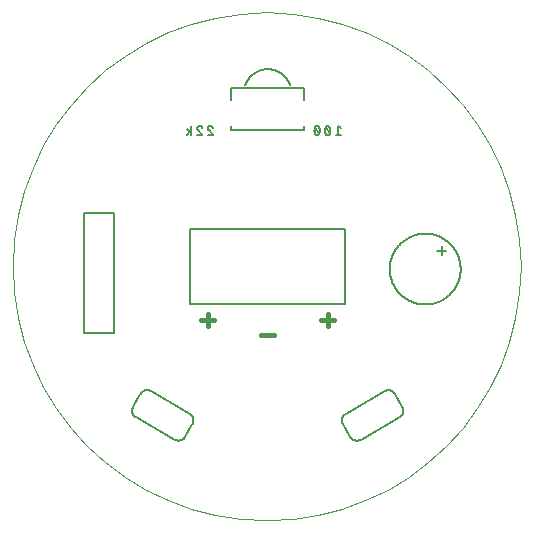
<source format=gbo>
G04 EAGLE Gerber RS-274X export*
G75*
%MOMM*%
%FSLAX34Y34*%
%LPD*%
%INSilk bottom*%
%IPPOS*%
%AMOC8*
5,1,8,0,0,1.08239X$1,22.5*%
G01*
%ADD10C,0.001000*%
%ADD11C,0.406400*%
%ADD12C,0.200000*%
%ADD13C,0.203200*%


D10*
X455400Y240400D02*
X454290Y218418D01*
X451032Y197070D01*
X445734Y176466D01*
X438504Y156712D01*
X429451Y137918D01*
X418681Y120192D01*
X406305Y103640D01*
X392428Y88372D01*
X377160Y74496D01*
X360609Y62119D01*
X342882Y51349D01*
X324088Y42296D01*
X304334Y35066D01*
X283730Y29768D01*
X262383Y26510D01*
X240400Y25400D01*
X218418Y26510D01*
X197070Y29768D01*
X176466Y35066D01*
X156712Y42296D01*
X137918Y51349D01*
X120192Y62119D01*
X103640Y74496D01*
X88372Y88372D01*
X74496Y103640D01*
X62119Y120192D01*
X51349Y137918D01*
X42296Y156712D01*
X35066Y176466D01*
X29768Y197070D01*
X26510Y218418D01*
X25400Y240400D01*
X26510Y262383D01*
X29768Y283730D01*
X35066Y304334D01*
X42296Y324088D01*
X51349Y342882D01*
X62119Y360609D01*
X74496Y377160D01*
X88372Y392428D01*
X103640Y406305D01*
X120192Y418681D01*
X137918Y429451D01*
X156712Y438504D01*
X176466Y445734D01*
X197070Y451032D01*
X218418Y454290D01*
X240400Y455400D01*
X262383Y454290D01*
X283730Y451032D01*
X304334Y445734D01*
X324088Y438504D01*
X342882Y429451D01*
X360609Y418681D01*
X377160Y406305D01*
X392428Y392428D01*
X406305Y377160D01*
X418681Y360609D01*
X429451Y342882D01*
X438504Y324088D01*
X445734Y304334D01*
X451032Y283730D01*
X454290Y262383D01*
X455400Y240400D01*
D11*
X195812Y195079D02*
X185188Y195079D01*
X190500Y189767D02*
X190500Y200391D01*
X235988Y182379D02*
X246612Y182379D01*
X286788Y195079D02*
X297412Y195079D01*
X292100Y189767D02*
X292100Y200391D01*
D12*
X306800Y272125D02*
X175800Y272125D01*
X175800Y208125D02*
X306800Y208125D01*
X306800Y272125D01*
X175800Y272125D02*
X175800Y208125D01*
X349022Y132499D02*
X355372Y121501D01*
X355450Y121363D01*
X355524Y121223D01*
X355594Y121081D01*
X355661Y120938D01*
X355724Y120793D01*
X355784Y120646D01*
X355840Y120498D01*
X355892Y120348D01*
X355941Y120198D01*
X355986Y120046D01*
X356027Y119893D01*
X356064Y119739D01*
X356097Y119584D01*
X356127Y119429D01*
X356152Y119272D01*
X356174Y119116D01*
X356191Y118958D01*
X356205Y118801D01*
X356215Y118643D01*
X356221Y118484D01*
X356223Y118326D01*
X356221Y118168D01*
X356215Y118009D01*
X356205Y117851D01*
X356191Y117694D01*
X356174Y117536D01*
X356152Y117380D01*
X356127Y117223D01*
X356097Y117068D01*
X356064Y116913D01*
X356027Y116759D01*
X355986Y116606D01*
X355941Y116454D01*
X355892Y116304D01*
X355840Y116154D01*
X355784Y116006D01*
X355724Y115859D01*
X355661Y115714D01*
X355594Y115571D01*
X355524Y115429D01*
X355450Y115289D01*
X355372Y115151D01*
X355291Y115015D01*
X355207Y114881D01*
X355120Y114749D01*
X355029Y114619D01*
X354935Y114492D01*
X354838Y114367D01*
X354737Y114244D01*
X354634Y114124D01*
X354528Y114007D01*
X354419Y113892D01*
X354307Y113780D01*
X354192Y113671D01*
X354075Y113565D01*
X353955Y113462D01*
X353832Y113361D01*
X353707Y113264D01*
X353580Y113170D01*
X353450Y113079D01*
X353318Y112992D01*
X353184Y112908D01*
X353048Y112827D01*
X353048Y112826D02*
X320052Y93776D01*
X320052Y93777D02*
X319914Y93699D01*
X319774Y93625D01*
X319632Y93555D01*
X319489Y93488D01*
X319344Y93425D01*
X319197Y93365D01*
X319049Y93309D01*
X318899Y93257D01*
X318749Y93208D01*
X318597Y93163D01*
X318444Y93122D01*
X318290Y93085D01*
X318135Y93052D01*
X317980Y93022D01*
X317823Y92997D01*
X317667Y92975D01*
X317509Y92958D01*
X317352Y92944D01*
X317194Y92934D01*
X317035Y92928D01*
X316877Y92926D01*
X316719Y92928D01*
X316560Y92934D01*
X316402Y92944D01*
X316245Y92958D01*
X316087Y92975D01*
X315931Y92997D01*
X315774Y93022D01*
X315619Y93052D01*
X315464Y93085D01*
X315310Y93122D01*
X315157Y93163D01*
X315005Y93208D01*
X314855Y93257D01*
X314705Y93309D01*
X314557Y93365D01*
X314410Y93425D01*
X314265Y93488D01*
X314122Y93555D01*
X313980Y93625D01*
X313840Y93699D01*
X313702Y93777D01*
X313566Y93858D01*
X313432Y93942D01*
X313300Y94029D01*
X313170Y94120D01*
X313043Y94214D01*
X312918Y94311D01*
X312795Y94412D01*
X312675Y94515D01*
X312558Y94621D01*
X312443Y94730D01*
X312331Y94842D01*
X312222Y94957D01*
X312116Y95074D01*
X312013Y95194D01*
X311912Y95317D01*
X311815Y95442D01*
X311721Y95569D01*
X311630Y95699D01*
X311543Y95831D01*
X311459Y95965D01*
X311378Y96101D01*
X305028Y107099D01*
X304950Y107237D01*
X304876Y107377D01*
X304806Y107519D01*
X304739Y107662D01*
X304676Y107807D01*
X304616Y107954D01*
X304560Y108102D01*
X304508Y108252D01*
X304459Y108402D01*
X304414Y108554D01*
X304373Y108707D01*
X304336Y108861D01*
X304303Y109016D01*
X304273Y109171D01*
X304248Y109328D01*
X304226Y109484D01*
X304209Y109642D01*
X304195Y109799D01*
X304185Y109957D01*
X304179Y110116D01*
X304177Y110274D01*
X304179Y110432D01*
X304185Y110591D01*
X304195Y110749D01*
X304209Y110906D01*
X304226Y111064D01*
X304248Y111220D01*
X304273Y111377D01*
X304303Y111532D01*
X304336Y111687D01*
X304373Y111841D01*
X304414Y111994D01*
X304459Y112146D01*
X304508Y112296D01*
X304560Y112446D01*
X304616Y112594D01*
X304676Y112741D01*
X304739Y112886D01*
X304806Y113029D01*
X304876Y113171D01*
X304950Y113311D01*
X305028Y113449D01*
X305109Y113585D01*
X305193Y113719D01*
X305280Y113851D01*
X305371Y113981D01*
X305465Y114108D01*
X305562Y114233D01*
X305663Y114356D01*
X305766Y114476D01*
X305872Y114593D01*
X305981Y114708D01*
X306093Y114820D01*
X306208Y114929D01*
X306325Y115035D01*
X306445Y115138D01*
X306568Y115239D01*
X306693Y115336D01*
X306820Y115430D01*
X306950Y115521D01*
X307082Y115608D01*
X307216Y115692D01*
X307352Y115773D01*
X307352Y115774D02*
X340348Y134824D01*
X340348Y134823D02*
X340486Y134901D01*
X340626Y134975D01*
X340768Y135045D01*
X340911Y135112D01*
X341056Y135175D01*
X341203Y135235D01*
X341351Y135291D01*
X341501Y135343D01*
X341651Y135392D01*
X341803Y135437D01*
X341956Y135478D01*
X342110Y135515D01*
X342265Y135548D01*
X342420Y135578D01*
X342577Y135603D01*
X342733Y135625D01*
X342891Y135642D01*
X343048Y135656D01*
X343206Y135666D01*
X343365Y135672D01*
X343523Y135674D01*
X343681Y135672D01*
X343840Y135666D01*
X343998Y135656D01*
X344155Y135642D01*
X344313Y135625D01*
X344469Y135603D01*
X344626Y135578D01*
X344781Y135548D01*
X344936Y135515D01*
X345090Y135478D01*
X345243Y135437D01*
X345395Y135392D01*
X345545Y135343D01*
X345695Y135291D01*
X345843Y135235D01*
X345990Y135175D01*
X346135Y135112D01*
X346278Y135045D01*
X346420Y134975D01*
X346560Y134901D01*
X346698Y134823D01*
X346834Y134742D01*
X346968Y134658D01*
X347100Y134571D01*
X347230Y134480D01*
X347357Y134386D01*
X347482Y134289D01*
X347605Y134188D01*
X347725Y134085D01*
X347842Y133979D01*
X347957Y133870D01*
X348069Y133758D01*
X348178Y133643D01*
X348284Y133526D01*
X348387Y133406D01*
X348488Y133283D01*
X348585Y133158D01*
X348679Y133031D01*
X348770Y132901D01*
X348857Y132769D01*
X348941Y132635D01*
X349022Y132499D01*
X111075Y184150D02*
X111075Y285750D01*
X85675Y285750D01*
X85675Y184150D01*
X111075Y184150D01*
X133578Y132499D02*
X127228Y121501D01*
X133578Y132499D02*
X133659Y132635D01*
X133743Y132769D01*
X133830Y132901D01*
X133921Y133031D01*
X134015Y133158D01*
X134112Y133283D01*
X134213Y133406D01*
X134316Y133526D01*
X134422Y133643D01*
X134531Y133758D01*
X134643Y133870D01*
X134758Y133979D01*
X134875Y134085D01*
X134995Y134188D01*
X135118Y134289D01*
X135243Y134386D01*
X135370Y134480D01*
X135500Y134571D01*
X135632Y134658D01*
X135766Y134742D01*
X135902Y134823D01*
X136040Y134901D01*
X136180Y134975D01*
X136322Y135045D01*
X136465Y135112D01*
X136610Y135175D01*
X136757Y135235D01*
X136905Y135291D01*
X137055Y135343D01*
X137205Y135392D01*
X137357Y135437D01*
X137510Y135478D01*
X137664Y135515D01*
X137819Y135548D01*
X137974Y135578D01*
X138131Y135603D01*
X138287Y135625D01*
X138445Y135642D01*
X138602Y135656D01*
X138760Y135666D01*
X138919Y135672D01*
X139077Y135674D01*
X139235Y135672D01*
X139394Y135666D01*
X139552Y135656D01*
X139709Y135642D01*
X139867Y135625D01*
X140023Y135603D01*
X140180Y135578D01*
X140335Y135548D01*
X140490Y135515D01*
X140644Y135478D01*
X140797Y135437D01*
X140949Y135392D01*
X141099Y135343D01*
X141249Y135291D01*
X141397Y135235D01*
X141544Y135175D01*
X141689Y135112D01*
X141832Y135045D01*
X141974Y134975D01*
X142114Y134901D01*
X142252Y134823D01*
X142252Y134824D02*
X175248Y115774D01*
X175248Y115773D02*
X175384Y115692D01*
X175518Y115608D01*
X175650Y115521D01*
X175780Y115430D01*
X175907Y115336D01*
X176032Y115239D01*
X176155Y115138D01*
X176275Y115035D01*
X176392Y114929D01*
X176507Y114820D01*
X176619Y114708D01*
X176728Y114593D01*
X176834Y114476D01*
X176937Y114356D01*
X177038Y114233D01*
X177135Y114108D01*
X177229Y113981D01*
X177320Y113851D01*
X177407Y113719D01*
X177491Y113585D01*
X177572Y113449D01*
X177650Y113311D01*
X177724Y113171D01*
X177794Y113029D01*
X177861Y112886D01*
X177924Y112741D01*
X177984Y112594D01*
X178040Y112446D01*
X178092Y112296D01*
X178141Y112146D01*
X178186Y111994D01*
X178227Y111841D01*
X178264Y111687D01*
X178297Y111532D01*
X178327Y111377D01*
X178352Y111220D01*
X178374Y111064D01*
X178391Y110906D01*
X178405Y110749D01*
X178415Y110591D01*
X178421Y110432D01*
X178423Y110274D01*
X178421Y110116D01*
X178415Y109957D01*
X178405Y109799D01*
X178391Y109642D01*
X178374Y109484D01*
X178352Y109328D01*
X178327Y109171D01*
X178297Y109016D01*
X178264Y108861D01*
X178227Y108707D01*
X178186Y108554D01*
X178141Y108402D01*
X178092Y108252D01*
X178040Y108102D01*
X177984Y107954D01*
X177924Y107807D01*
X177861Y107662D01*
X177794Y107519D01*
X177724Y107377D01*
X177650Y107237D01*
X177572Y107099D01*
X171222Y96101D01*
X171141Y95965D01*
X171057Y95831D01*
X170970Y95699D01*
X170879Y95569D01*
X170785Y95442D01*
X170688Y95317D01*
X170587Y95194D01*
X170484Y95074D01*
X170378Y94957D01*
X170269Y94842D01*
X170157Y94730D01*
X170042Y94621D01*
X169925Y94515D01*
X169805Y94412D01*
X169682Y94311D01*
X169557Y94214D01*
X169430Y94120D01*
X169300Y94029D01*
X169168Y93942D01*
X169034Y93858D01*
X168898Y93777D01*
X168760Y93699D01*
X168620Y93625D01*
X168478Y93555D01*
X168335Y93488D01*
X168190Y93425D01*
X168043Y93365D01*
X167895Y93309D01*
X167745Y93257D01*
X167595Y93208D01*
X167443Y93163D01*
X167290Y93122D01*
X167136Y93085D01*
X166981Y93052D01*
X166826Y93022D01*
X166669Y92997D01*
X166513Y92975D01*
X166355Y92958D01*
X166198Y92944D01*
X166040Y92934D01*
X165881Y92928D01*
X165723Y92926D01*
X165565Y92928D01*
X165406Y92934D01*
X165248Y92944D01*
X165091Y92958D01*
X164933Y92975D01*
X164777Y92997D01*
X164620Y93022D01*
X164465Y93052D01*
X164310Y93085D01*
X164156Y93122D01*
X164003Y93163D01*
X163851Y93208D01*
X163701Y93257D01*
X163551Y93309D01*
X163403Y93365D01*
X163256Y93425D01*
X163111Y93488D01*
X162968Y93555D01*
X162826Y93625D01*
X162686Y93699D01*
X162548Y93777D01*
X162548Y93776D02*
X129552Y112826D01*
X129552Y112827D02*
X129416Y112908D01*
X129282Y112992D01*
X129150Y113079D01*
X129020Y113170D01*
X128893Y113264D01*
X128768Y113361D01*
X128645Y113462D01*
X128525Y113565D01*
X128408Y113671D01*
X128293Y113780D01*
X128181Y113892D01*
X128072Y114007D01*
X127966Y114124D01*
X127863Y114244D01*
X127762Y114367D01*
X127665Y114492D01*
X127571Y114619D01*
X127480Y114749D01*
X127393Y114881D01*
X127309Y115015D01*
X127228Y115151D01*
X127150Y115289D01*
X127076Y115429D01*
X127006Y115571D01*
X126939Y115714D01*
X126876Y115859D01*
X126816Y116006D01*
X126760Y116154D01*
X126708Y116304D01*
X126659Y116454D01*
X126614Y116606D01*
X126573Y116759D01*
X126536Y116913D01*
X126503Y117068D01*
X126473Y117223D01*
X126448Y117380D01*
X126426Y117536D01*
X126409Y117694D01*
X126395Y117851D01*
X126385Y118009D01*
X126379Y118168D01*
X126377Y118326D01*
X126379Y118484D01*
X126385Y118643D01*
X126395Y118801D01*
X126409Y118958D01*
X126426Y119116D01*
X126448Y119272D01*
X126473Y119429D01*
X126503Y119584D01*
X126536Y119739D01*
X126573Y119893D01*
X126614Y120046D01*
X126659Y120198D01*
X126708Y120348D01*
X126760Y120498D01*
X126816Y120646D01*
X126876Y120793D01*
X126939Y120938D01*
X127006Y121081D01*
X127076Y121223D01*
X127150Y121363D01*
X127228Y121501D01*
X210300Y355600D02*
X210300Y358925D01*
X210300Y381000D02*
X210300Y391600D01*
X272300Y358925D02*
X272300Y355600D01*
X272300Y381000D02*
X272300Y391600D01*
X272300Y355600D02*
X210300Y355600D01*
X210300Y391600D02*
X272300Y391600D01*
X260350Y393700D02*
X260188Y394164D01*
X260016Y394625D01*
X259832Y395081D01*
X259637Y395533D01*
X259431Y395979D01*
X259215Y396421D01*
X258987Y396857D01*
X258749Y397287D01*
X258500Y397711D01*
X258241Y398129D01*
X257972Y398541D01*
X257693Y398946D01*
X257404Y399344D01*
X257106Y399735D01*
X256798Y400118D01*
X256481Y400494D01*
X256154Y400861D01*
X255819Y401221D01*
X255475Y401573D01*
X255122Y401915D01*
X254761Y402250D01*
X254393Y402575D01*
X254016Y402891D01*
X253631Y403198D01*
X253240Y403495D01*
X252841Y403782D01*
X252435Y404060D01*
X252022Y404328D01*
X251603Y404585D01*
X251178Y404832D01*
X250747Y405069D01*
X250310Y405295D01*
X249868Y405510D01*
X249421Y405715D01*
X248969Y405908D01*
X248512Y406090D01*
X248051Y406261D01*
X247586Y406421D01*
X247117Y406569D01*
X246644Y406706D01*
X246169Y406831D01*
X245690Y406944D01*
X245209Y407046D01*
X244726Y407136D01*
X244240Y407214D01*
X243753Y407280D01*
X243264Y407334D01*
X242774Y407376D01*
X242283Y407406D01*
X241792Y407424D01*
X241300Y407430D01*
X240808Y407424D01*
X240317Y407406D01*
X239826Y407376D01*
X239336Y407334D01*
X238847Y407280D01*
X238360Y407214D01*
X237874Y407136D01*
X237391Y407046D01*
X236910Y406944D01*
X236431Y406831D01*
X235956Y406706D01*
X235483Y406569D01*
X235014Y406421D01*
X234549Y406261D01*
X234088Y406090D01*
X233631Y405908D01*
X233179Y405715D01*
X232732Y405510D01*
X232290Y405295D01*
X231853Y405069D01*
X231422Y404832D01*
X230997Y404585D01*
X230578Y404328D01*
X230165Y404060D01*
X229759Y403782D01*
X229360Y403495D01*
X228969Y403198D01*
X228584Y402891D01*
X228207Y402575D01*
X227839Y402250D01*
X227478Y401915D01*
X227125Y401573D01*
X226781Y401221D01*
X226446Y400861D01*
X226119Y400494D01*
X225802Y400118D01*
X225494Y399735D01*
X225196Y399344D01*
X224907Y398946D01*
X224628Y398541D01*
X224359Y398129D01*
X224100Y397711D01*
X223851Y397287D01*
X223613Y396857D01*
X223385Y396421D01*
X223169Y395979D01*
X222963Y395533D01*
X222768Y395081D01*
X222584Y394625D01*
X222412Y394164D01*
X222250Y393700D01*
D13*
X301100Y359584D02*
X303313Y357813D01*
X301100Y359584D02*
X301100Y351616D01*
X303313Y351616D02*
X298887Y351616D01*
X294313Y355600D02*
X294311Y355757D01*
X294306Y355913D01*
X294296Y356070D01*
X294283Y356226D01*
X294266Y356382D01*
X294246Y356537D01*
X294222Y356692D01*
X294194Y356846D01*
X294162Y357000D01*
X294127Y357153D01*
X294088Y357305D01*
X294045Y357455D01*
X293999Y357605D01*
X293950Y357754D01*
X293896Y357901D01*
X293840Y358048D01*
X293780Y358192D01*
X293716Y358336D01*
X293649Y358477D01*
X293622Y358550D01*
X293592Y358622D01*
X293558Y358693D01*
X293521Y358761D01*
X293480Y358828D01*
X293436Y358893D01*
X293390Y358956D01*
X293340Y359016D01*
X293288Y359074D01*
X293232Y359129D01*
X293175Y359182D01*
X293115Y359232D01*
X293052Y359279D01*
X292987Y359323D01*
X292921Y359364D01*
X292852Y359401D01*
X292782Y359435D01*
X292710Y359466D01*
X292637Y359493D01*
X292563Y359517D01*
X292487Y359538D01*
X292411Y359554D01*
X292334Y359567D01*
X292256Y359577D01*
X292178Y359582D01*
X292100Y359584D01*
X292022Y359582D01*
X291944Y359577D01*
X291866Y359567D01*
X291789Y359554D01*
X291713Y359538D01*
X291637Y359517D01*
X291563Y359493D01*
X291490Y359466D01*
X291418Y359435D01*
X291348Y359401D01*
X291279Y359364D01*
X291213Y359323D01*
X291148Y359279D01*
X291085Y359232D01*
X291025Y359182D01*
X290968Y359129D01*
X290912Y359074D01*
X290860Y359016D01*
X290810Y358956D01*
X290764Y358893D01*
X290720Y358828D01*
X290679Y358762D01*
X290642Y358693D01*
X290608Y358622D01*
X290578Y358551D01*
X290551Y358477D01*
X290484Y358336D01*
X290420Y358192D01*
X290360Y358048D01*
X290304Y357901D01*
X290250Y357754D01*
X290201Y357605D01*
X290155Y357455D01*
X290112Y357305D01*
X290073Y357153D01*
X290038Y357000D01*
X290006Y356846D01*
X289978Y356692D01*
X289954Y356537D01*
X289934Y356382D01*
X289917Y356226D01*
X289904Y356070D01*
X289894Y355913D01*
X289889Y355757D01*
X289887Y355600D01*
X294313Y355600D02*
X294311Y355443D01*
X294306Y355287D01*
X294296Y355130D01*
X294283Y354974D01*
X294266Y354818D01*
X294246Y354663D01*
X294222Y354508D01*
X294194Y354354D01*
X294162Y354200D01*
X294127Y354047D01*
X294088Y353895D01*
X294045Y353745D01*
X293999Y353595D01*
X293950Y353446D01*
X293896Y353299D01*
X293840Y353153D01*
X293780Y353008D01*
X293716Y352865D01*
X293649Y352723D01*
X293622Y352649D01*
X293592Y352578D01*
X293558Y352507D01*
X293521Y352439D01*
X293480Y352372D01*
X293436Y352307D01*
X293390Y352244D01*
X293340Y352184D01*
X293288Y352126D01*
X293232Y352071D01*
X293175Y352018D01*
X293115Y351968D01*
X293052Y351921D01*
X292987Y351877D01*
X292921Y351836D01*
X292852Y351799D01*
X292782Y351765D01*
X292710Y351734D01*
X292637Y351707D01*
X292563Y351683D01*
X292487Y351662D01*
X292411Y351646D01*
X292334Y351633D01*
X292256Y351623D01*
X292178Y351618D01*
X292100Y351616D01*
X290551Y352723D02*
X290484Y352865D01*
X290420Y353008D01*
X290360Y353153D01*
X290304Y353299D01*
X290250Y353446D01*
X290201Y353595D01*
X290155Y353745D01*
X290112Y353895D01*
X290073Y354047D01*
X290038Y354200D01*
X290006Y354354D01*
X289978Y354508D01*
X289954Y354663D01*
X289934Y354818D01*
X289917Y354974D01*
X289904Y355130D01*
X289894Y355287D01*
X289889Y355443D01*
X289887Y355600D01*
X290551Y352723D02*
X290578Y352649D01*
X290608Y352578D01*
X290642Y352507D01*
X290679Y352438D01*
X290720Y352372D01*
X290764Y352307D01*
X290810Y352244D01*
X290860Y352184D01*
X290912Y352126D01*
X290968Y352071D01*
X291025Y352018D01*
X291085Y351968D01*
X291148Y351921D01*
X291213Y351877D01*
X291279Y351836D01*
X291348Y351799D01*
X291418Y351765D01*
X291490Y351734D01*
X291563Y351707D01*
X291637Y351683D01*
X291713Y351662D01*
X291789Y351646D01*
X291866Y351633D01*
X291944Y351623D01*
X292022Y351618D01*
X292100Y351616D01*
X293871Y353387D02*
X290329Y357813D01*
X285313Y355600D02*
X285311Y355757D01*
X285306Y355913D01*
X285296Y356070D01*
X285283Y356226D01*
X285266Y356382D01*
X285246Y356537D01*
X285222Y356692D01*
X285194Y356846D01*
X285162Y357000D01*
X285127Y357153D01*
X285088Y357305D01*
X285045Y357455D01*
X284999Y357605D01*
X284950Y357754D01*
X284896Y357901D01*
X284840Y358048D01*
X284780Y358192D01*
X284716Y358336D01*
X284649Y358477D01*
X284622Y358550D01*
X284592Y358622D01*
X284558Y358693D01*
X284521Y358761D01*
X284480Y358828D01*
X284436Y358893D01*
X284390Y358956D01*
X284340Y359016D01*
X284288Y359074D01*
X284232Y359129D01*
X284175Y359182D01*
X284115Y359232D01*
X284052Y359279D01*
X283987Y359323D01*
X283921Y359364D01*
X283852Y359401D01*
X283782Y359435D01*
X283710Y359466D01*
X283637Y359493D01*
X283563Y359517D01*
X283487Y359538D01*
X283411Y359554D01*
X283334Y359567D01*
X283256Y359577D01*
X283178Y359582D01*
X283100Y359584D01*
X283022Y359582D01*
X282944Y359577D01*
X282866Y359567D01*
X282789Y359554D01*
X282713Y359538D01*
X282637Y359517D01*
X282563Y359493D01*
X282490Y359466D01*
X282418Y359435D01*
X282348Y359401D01*
X282279Y359364D01*
X282213Y359323D01*
X282148Y359279D01*
X282085Y359232D01*
X282025Y359182D01*
X281968Y359129D01*
X281912Y359074D01*
X281860Y359016D01*
X281810Y358956D01*
X281764Y358893D01*
X281720Y358828D01*
X281679Y358762D01*
X281642Y358693D01*
X281608Y358622D01*
X281578Y358551D01*
X281551Y358477D01*
X281484Y358336D01*
X281420Y358192D01*
X281360Y358048D01*
X281304Y357901D01*
X281250Y357754D01*
X281201Y357605D01*
X281155Y357455D01*
X281112Y357305D01*
X281073Y357153D01*
X281038Y357000D01*
X281006Y356846D01*
X280978Y356692D01*
X280954Y356537D01*
X280934Y356382D01*
X280917Y356226D01*
X280904Y356070D01*
X280894Y355913D01*
X280889Y355757D01*
X280887Y355600D01*
X285313Y355600D02*
X285311Y355443D01*
X285306Y355287D01*
X285296Y355130D01*
X285283Y354974D01*
X285266Y354818D01*
X285246Y354663D01*
X285222Y354508D01*
X285194Y354354D01*
X285162Y354200D01*
X285127Y354047D01*
X285088Y353895D01*
X285045Y353745D01*
X284999Y353595D01*
X284950Y353446D01*
X284896Y353299D01*
X284840Y353153D01*
X284780Y353008D01*
X284716Y352865D01*
X284649Y352723D01*
X284622Y352649D01*
X284592Y352578D01*
X284558Y352507D01*
X284521Y352439D01*
X284480Y352372D01*
X284436Y352307D01*
X284390Y352244D01*
X284340Y352184D01*
X284288Y352126D01*
X284232Y352071D01*
X284175Y352018D01*
X284115Y351968D01*
X284052Y351921D01*
X283987Y351877D01*
X283921Y351836D01*
X283852Y351799D01*
X283782Y351765D01*
X283710Y351734D01*
X283637Y351707D01*
X283563Y351683D01*
X283487Y351662D01*
X283411Y351646D01*
X283334Y351633D01*
X283256Y351623D01*
X283178Y351618D01*
X283100Y351616D01*
X281551Y352723D02*
X281484Y352865D01*
X281420Y353008D01*
X281360Y353153D01*
X281304Y353299D01*
X281250Y353446D01*
X281201Y353595D01*
X281155Y353745D01*
X281112Y353895D01*
X281073Y354047D01*
X281038Y354200D01*
X281006Y354354D01*
X280978Y354508D01*
X280954Y354663D01*
X280934Y354818D01*
X280917Y354974D01*
X280904Y355130D01*
X280894Y355287D01*
X280889Y355443D01*
X280887Y355600D01*
X281551Y352723D02*
X281578Y352649D01*
X281608Y352578D01*
X281642Y352507D01*
X281679Y352438D01*
X281720Y352372D01*
X281764Y352307D01*
X281810Y352244D01*
X281860Y352184D01*
X281912Y352126D01*
X281968Y352071D01*
X282025Y352018D01*
X282085Y351968D01*
X282148Y351921D01*
X282213Y351877D01*
X282279Y351836D01*
X282348Y351799D01*
X282418Y351765D01*
X282490Y351734D01*
X282563Y351707D01*
X282637Y351683D01*
X282713Y351662D01*
X282789Y351646D01*
X282866Y351633D01*
X282944Y351623D01*
X283022Y351618D01*
X283100Y351616D01*
X284871Y353387D02*
X281329Y357813D01*
X192652Y359584D02*
X192565Y359582D01*
X192478Y359576D01*
X192392Y359567D01*
X192306Y359554D01*
X192221Y359537D01*
X192136Y359516D01*
X192053Y359492D01*
X191971Y359464D01*
X191890Y359432D01*
X191810Y359397D01*
X191732Y359359D01*
X191656Y359317D01*
X191582Y359272D01*
X191509Y359224D01*
X191439Y359172D01*
X191372Y359118D01*
X191306Y359061D01*
X191243Y359001D01*
X191183Y358938D01*
X191126Y358872D01*
X191072Y358805D01*
X191020Y358735D01*
X190972Y358662D01*
X190927Y358588D01*
X190885Y358512D01*
X190847Y358434D01*
X190812Y358354D01*
X190780Y358273D01*
X190752Y358191D01*
X190728Y358108D01*
X190707Y358023D01*
X190690Y357938D01*
X190677Y357852D01*
X190668Y357766D01*
X190662Y357679D01*
X190660Y357592D01*
X192652Y359584D02*
X192753Y359582D01*
X192853Y359576D01*
X192953Y359566D01*
X193053Y359552D01*
X193152Y359535D01*
X193250Y359513D01*
X193347Y359488D01*
X193443Y359459D01*
X193538Y359426D01*
X193632Y359389D01*
X193724Y359349D01*
X193815Y359305D01*
X193903Y359257D01*
X193990Y359206D01*
X194075Y359152D01*
X194157Y359095D01*
X194237Y359034D01*
X194315Y358970D01*
X194390Y358903D01*
X194463Y358833D01*
X194532Y358761D01*
X194599Y358686D01*
X194663Y358608D01*
X194723Y358528D01*
X194781Y358445D01*
X194835Y358360D01*
X194886Y358274D01*
X194933Y358185D01*
X194977Y358094D01*
X195017Y358002D01*
X195054Y357908D01*
X195087Y357813D01*
X191323Y356042D02*
X191258Y356107D01*
X191197Y356174D01*
X191138Y356243D01*
X191082Y356315D01*
X191029Y356390D01*
X190979Y356466D01*
X190933Y356545D01*
X190890Y356625D01*
X190850Y356707D01*
X190815Y356791D01*
X190782Y356876D01*
X190754Y356963D01*
X190729Y357051D01*
X190707Y357139D01*
X190690Y357229D01*
X190676Y357319D01*
X190667Y357410D01*
X190661Y357501D01*
X190659Y357592D01*
X191324Y356043D02*
X195086Y351616D01*
X190660Y351616D01*
X183652Y359584D02*
X183565Y359582D01*
X183478Y359576D01*
X183392Y359567D01*
X183306Y359554D01*
X183221Y359537D01*
X183136Y359516D01*
X183053Y359492D01*
X182971Y359464D01*
X182890Y359432D01*
X182810Y359397D01*
X182732Y359359D01*
X182656Y359317D01*
X182582Y359272D01*
X182509Y359224D01*
X182439Y359172D01*
X182372Y359118D01*
X182306Y359061D01*
X182243Y359001D01*
X182183Y358938D01*
X182126Y358872D01*
X182072Y358805D01*
X182020Y358735D01*
X181972Y358662D01*
X181927Y358588D01*
X181885Y358512D01*
X181847Y358434D01*
X181812Y358354D01*
X181780Y358273D01*
X181752Y358191D01*
X181728Y358108D01*
X181707Y358023D01*
X181690Y357938D01*
X181677Y357852D01*
X181668Y357766D01*
X181662Y357679D01*
X181660Y357592D01*
X183652Y359584D02*
X183753Y359582D01*
X183853Y359576D01*
X183953Y359566D01*
X184053Y359552D01*
X184152Y359535D01*
X184250Y359513D01*
X184347Y359488D01*
X184443Y359459D01*
X184538Y359426D01*
X184632Y359389D01*
X184724Y359349D01*
X184815Y359305D01*
X184903Y359257D01*
X184990Y359206D01*
X185075Y359152D01*
X185157Y359095D01*
X185237Y359034D01*
X185315Y358970D01*
X185390Y358903D01*
X185463Y358833D01*
X185532Y358761D01*
X185599Y358686D01*
X185663Y358608D01*
X185723Y358528D01*
X185781Y358445D01*
X185835Y358360D01*
X185886Y358274D01*
X185933Y358185D01*
X185977Y358094D01*
X186017Y358002D01*
X186054Y357908D01*
X186087Y357813D01*
X182323Y356042D02*
X182258Y356107D01*
X182197Y356174D01*
X182138Y356243D01*
X182082Y356315D01*
X182029Y356390D01*
X181979Y356466D01*
X181933Y356545D01*
X181890Y356625D01*
X181850Y356707D01*
X181815Y356791D01*
X181782Y356876D01*
X181754Y356963D01*
X181729Y357051D01*
X181707Y357139D01*
X181690Y357229D01*
X181676Y357319D01*
X181667Y357410D01*
X181661Y357501D01*
X181659Y357592D01*
X182324Y356043D02*
X186086Y351616D01*
X181660Y351616D01*
X176755Y351616D02*
X176755Y359584D01*
X173214Y356928D02*
X176755Y354272D01*
X175206Y355379D02*
X173214Y351616D01*
D12*
X384810Y253415D02*
X392430Y253415D01*
X388620Y249605D02*
X388620Y257225D01*
X344650Y238175D02*
X344659Y238911D01*
X344686Y239647D01*
X344731Y240382D01*
X344794Y241116D01*
X344876Y241847D01*
X344975Y242577D01*
X345092Y243304D01*
X345226Y244028D01*
X345379Y244748D01*
X345549Y245464D01*
X345737Y246176D01*
X345942Y246884D01*
X346164Y247585D01*
X346404Y248282D01*
X346660Y248972D01*
X346934Y249656D01*
X347224Y250332D01*
X347530Y251002D01*
X347853Y251663D01*
X348192Y252317D01*
X348547Y252962D01*
X348918Y253598D01*
X349304Y254225D01*
X349706Y254842D01*
X350122Y255449D01*
X350554Y256046D01*
X351000Y256632D01*
X351460Y257207D01*
X351934Y257770D01*
X352421Y258322D01*
X352923Y258861D01*
X353437Y259388D01*
X353964Y259902D01*
X354503Y260404D01*
X355055Y260891D01*
X355618Y261365D01*
X356193Y261825D01*
X356779Y262271D01*
X357376Y262703D01*
X357983Y263119D01*
X358600Y263521D01*
X359227Y263907D01*
X359863Y264278D01*
X360508Y264633D01*
X361162Y264972D01*
X361823Y265295D01*
X362493Y265601D01*
X363169Y265891D01*
X363853Y266165D01*
X364543Y266421D01*
X365240Y266661D01*
X365941Y266883D01*
X366649Y267088D01*
X367361Y267276D01*
X368077Y267446D01*
X368797Y267599D01*
X369521Y267733D01*
X370248Y267850D01*
X370978Y267949D01*
X371709Y268031D01*
X372443Y268094D01*
X373178Y268139D01*
X373914Y268166D01*
X374650Y268175D01*
X375386Y268166D01*
X376122Y268139D01*
X376857Y268094D01*
X377591Y268031D01*
X378322Y267949D01*
X379052Y267850D01*
X379779Y267733D01*
X380503Y267599D01*
X381223Y267446D01*
X381939Y267276D01*
X382651Y267088D01*
X383359Y266883D01*
X384060Y266661D01*
X384757Y266421D01*
X385447Y266165D01*
X386131Y265891D01*
X386807Y265601D01*
X387477Y265295D01*
X388138Y264972D01*
X388792Y264633D01*
X389437Y264278D01*
X390073Y263907D01*
X390700Y263521D01*
X391317Y263119D01*
X391924Y262703D01*
X392521Y262271D01*
X393107Y261825D01*
X393682Y261365D01*
X394245Y260891D01*
X394797Y260404D01*
X395336Y259902D01*
X395863Y259388D01*
X396377Y258861D01*
X396879Y258322D01*
X397366Y257770D01*
X397840Y257207D01*
X398300Y256632D01*
X398746Y256046D01*
X399178Y255449D01*
X399594Y254842D01*
X399996Y254225D01*
X400382Y253598D01*
X400753Y252962D01*
X401108Y252317D01*
X401447Y251663D01*
X401770Y251002D01*
X402076Y250332D01*
X402366Y249656D01*
X402640Y248972D01*
X402896Y248282D01*
X403136Y247585D01*
X403358Y246884D01*
X403563Y246176D01*
X403751Y245464D01*
X403921Y244748D01*
X404074Y244028D01*
X404208Y243304D01*
X404325Y242577D01*
X404424Y241847D01*
X404506Y241116D01*
X404569Y240382D01*
X404614Y239647D01*
X404641Y238911D01*
X404650Y238175D01*
X404641Y237439D01*
X404614Y236703D01*
X404569Y235968D01*
X404506Y235234D01*
X404424Y234503D01*
X404325Y233773D01*
X404208Y233046D01*
X404074Y232322D01*
X403921Y231602D01*
X403751Y230886D01*
X403563Y230174D01*
X403358Y229466D01*
X403136Y228765D01*
X402896Y228068D01*
X402640Y227378D01*
X402366Y226694D01*
X402076Y226018D01*
X401770Y225348D01*
X401447Y224687D01*
X401108Y224033D01*
X400753Y223388D01*
X400382Y222752D01*
X399996Y222125D01*
X399594Y221508D01*
X399178Y220901D01*
X398746Y220304D01*
X398300Y219718D01*
X397840Y219143D01*
X397366Y218580D01*
X396879Y218028D01*
X396377Y217489D01*
X395863Y216962D01*
X395336Y216448D01*
X394797Y215946D01*
X394245Y215459D01*
X393682Y214985D01*
X393107Y214525D01*
X392521Y214079D01*
X391924Y213647D01*
X391317Y213231D01*
X390700Y212829D01*
X390073Y212443D01*
X389437Y212072D01*
X388792Y211717D01*
X388138Y211378D01*
X387477Y211055D01*
X386807Y210749D01*
X386131Y210459D01*
X385447Y210185D01*
X384757Y209929D01*
X384060Y209689D01*
X383359Y209467D01*
X382651Y209262D01*
X381939Y209074D01*
X381223Y208904D01*
X380503Y208751D01*
X379779Y208617D01*
X379052Y208500D01*
X378322Y208401D01*
X377591Y208319D01*
X376857Y208256D01*
X376122Y208211D01*
X375386Y208184D01*
X374650Y208175D01*
X373914Y208184D01*
X373178Y208211D01*
X372443Y208256D01*
X371709Y208319D01*
X370978Y208401D01*
X370248Y208500D01*
X369521Y208617D01*
X368797Y208751D01*
X368077Y208904D01*
X367361Y209074D01*
X366649Y209262D01*
X365941Y209467D01*
X365240Y209689D01*
X364543Y209929D01*
X363853Y210185D01*
X363169Y210459D01*
X362493Y210749D01*
X361823Y211055D01*
X361162Y211378D01*
X360508Y211717D01*
X359863Y212072D01*
X359227Y212443D01*
X358600Y212829D01*
X357983Y213231D01*
X357376Y213647D01*
X356779Y214079D01*
X356193Y214525D01*
X355618Y214985D01*
X355055Y215459D01*
X354503Y215946D01*
X353964Y216448D01*
X353437Y216962D01*
X352923Y217489D01*
X352421Y218028D01*
X351934Y218580D01*
X351460Y219143D01*
X351000Y219718D01*
X350554Y220304D01*
X350122Y220901D01*
X349706Y221508D01*
X349304Y222125D01*
X348918Y222752D01*
X348547Y223388D01*
X348192Y224033D01*
X347853Y224687D01*
X347530Y225348D01*
X347224Y226018D01*
X346934Y226694D01*
X346660Y227378D01*
X346404Y228068D01*
X346164Y228765D01*
X345942Y229466D01*
X345737Y230174D01*
X345549Y230886D01*
X345379Y231602D01*
X345226Y232322D01*
X345092Y233046D01*
X344975Y233773D01*
X344876Y234503D01*
X344794Y235234D01*
X344731Y235968D01*
X344686Y236703D01*
X344659Y237439D01*
X344650Y238175D01*
M02*

</source>
